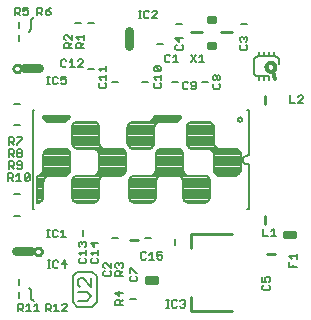
<source format=gto>
G75*
G70*
%OFA0B0*%
%FSLAX24Y24*%
%IPPOS*%
%LPD*%
%AMOC8*
5,1,8,0,0,1.08239X$1,22.5*
%
%ADD10C,0.0075*%
%ADD11C,0.0080*%
%ADD12C,0.0060*%
%ADD13C,0.0120*%
%ADD14C,0.0050*%
%ADD15C,0.0300*%
%ADD16C,0.0100*%
%ADD17C,0.0079*%
D10*
X010507Y007348D02*
X010582Y007273D01*
X010507Y007348D02*
X010507Y007623D01*
X010432Y007698D01*
X011882Y008098D02*
X011882Y007223D01*
X012032Y007073D01*
X012532Y007073D01*
X012682Y007223D01*
X012682Y008098D01*
X012532Y008248D01*
X012032Y008248D01*
X011882Y008098D01*
X010607Y010323D02*
X010557Y010323D01*
X010557Y013623D01*
X010607Y013623D01*
X010882Y013448D02*
X011782Y013448D01*
X011777Y013403D01*
X011762Y013361D01*
X011738Y013323D01*
X011707Y013291D01*
X011669Y013267D01*
X011626Y013253D01*
X011582Y013248D01*
X011082Y013248D01*
X011037Y013253D01*
X010995Y013267D01*
X010957Y013291D01*
X010925Y013323D01*
X010902Y013361D01*
X010887Y013403D01*
X010882Y013448D01*
X010886Y013411D02*
X011778Y013411D01*
X011748Y013338D02*
X010916Y013338D01*
X011004Y013264D02*
X011660Y013264D01*
X011877Y013134D02*
X011900Y013172D01*
X011932Y013204D01*
X011970Y013228D01*
X012012Y013243D01*
X012057Y013248D01*
X012557Y013248D01*
X012601Y013243D01*
X012644Y013228D01*
X012682Y013204D01*
X012713Y013172D01*
X012737Y013134D01*
X012752Y013092D01*
X012757Y013048D01*
X012757Y012548D01*
X012762Y012503D01*
X012777Y012461D01*
X012800Y012423D01*
X012832Y012391D01*
X012870Y012367D01*
X012912Y012353D01*
X012957Y012348D01*
X013457Y012348D01*
X013501Y012343D01*
X013544Y012328D01*
X013582Y012304D01*
X013613Y012272D01*
X013637Y012234D01*
X013652Y012192D01*
X013657Y012148D01*
X013657Y011648D01*
X013652Y011603D01*
X013637Y011561D01*
X013613Y011523D01*
X013582Y011491D01*
X013544Y011467D01*
X013501Y011453D01*
X013457Y011448D01*
X012957Y011448D01*
X012912Y011443D01*
X012870Y011428D01*
X012832Y011404D01*
X012800Y011372D01*
X012777Y011334D01*
X012762Y011292D01*
X012757Y011248D01*
X012757Y010748D01*
X012752Y010703D01*
X012737Y010661D01*
X012713Y010623D01*
X012682Y010591D01*
X012644Y010567D01*
X012601Y010553D01*
X012557Y010548D01*
X012057Y010548D01*
X012012Y010553D01*
X011970Y010567D01*
X011932Y010591D01*
X011900Y010623D01*
X011877Y010661D01*
X011862Y010703D01*
X011857Y010748D01*
X011857Y011248D01*
X011862Y011292D01*
X011877Y011334D01*
X011900Y011372D01*
X011932Y011404D01*
X011970Y011428D01*
X012012Y011443D01*
X012057Y011448D01*
X012557Y011448D01*
X012601Y011453D01*
X012644Y011467D01*
X012682Y011491D01*
X012713Y011523D01*
X012737Y011561D01*
X012752Y011603D01*
X012757Y011648D01*
X012801Y011643D01*
X012844Y011628D01*
X012882Y011604D01*
X012913Y011572D01*
X012937Y011534D01*
X012952Y011492D01*
X012957Y011448D01*
X012912Y011453D01*
X012870Y011467D01*
X012832Y011491D01*
X012800Y011523D01*
X012777Y011561D01*
X012762Y011603D01*
X012757Y011648D01*
X012757Y012148D01*
X012752Y012192D01*
X012737Y012234D01*
X012713Y012272D01*
X012682Y012304D01*
X012644Y012328D01*
X012601Y012343D01*
X012557Y012348D01*
X012057Y012348D01*
X012012Y012353D01*
X011970Y012367D01*
X011932Y012391D01*
X011900Y012423D01*
X011877Y012461D01*
X011862Y012503D01*
X011857Y012548D01*
X011857Y013048D01*
X011862Y013092D01*
X011877Y013134D01*
X011871Y013117D02*
X012743Y013117D01*
X012757Y013044D02*
X011857Y013044D01*
X011857Y012970D02*
X012757Y012970D01*
X012757Y012897D02*
X011857Y012897D01*
X011857Y012823D02*
X012757Y012823D01*
X012757Y012750D02*
X011857Y012750D01*
X011857Y012676D02*
X012757Y012676D01*
X012757Y012603D02*
X011857Y012603D01*
X011859Y012529D02*
X012759Y012529D01*
X012780Y012456D02*
X011880Y012456D01*
X011946Y012382D02*
X012846Y012382D01*
X012736Y012235D02*
X013636Y012235D01*
X013655Y012162D02*
X012755Y012162D01*
X012757Y012088D02*
X013657Y012088D01*
X013657Y012015D02*
X012757Y012015D01*
X012757Y011941D02*
X013657Y011941D01*
X013657Y011868D02*
X012757Y011868D01*
X012757Y011794D02*
X013657Y011794D01*
X013657Y011721D02*
X012757Y011721D01*
X012757Y011647D02*
X012759Y011647D01*
X012757Y011647D02*
X013657Y011647D01*
X013642Y011574D02*
X012772Y011574D01*
X012742Y011574D02*
X012912Y011574D01*
X012949Y011500D02*
X012691Y011500D01*
X012823Y011500D02*
X013591Y011500D01*
X013800Y011372D02*
X013832Y011404D01*
X013870Y011428D01*
X013912Y011443D01*
X013957Y011448D01*
X014457Y011448D01*
X014501Y011453D01*
X014544Y011467D01*
X014582Y011491D01*
X014613Y011523D01*
X014637Y011561D01*
X014652Y011603D01*
X014657Y011648D01*
X014657Y012148D01*
X014662Y012192D01*
X014677Y012234D01*
X014700Y012272D01*
X014732Y012304D01*
X014770Y012328D01*
X014812Y012343D01*
X014857Y012348D01*
X015357Y012348D01*
X015401Y012343D01*
X015444Y012328D01*
X015482Y012304D01*
X015513Y012272D01*
X015537Y012234D01*
X015552Y012192D01*
X015557Y012148D01*
X015557Y011648D01*
X015562Y011603D01*
X015577Y011561D01*
X015600Y011523D01*
X015632Y011491D01*
X015670Y011467D01*
X015712Y011453D01*
X015757Y011448D01*
X016257Y011448D01*
X016301Y011443D01*
X016344Y011428D01*
X016382Y011404D01*
X016413Y011372D01*
X016437Y011334D01*
X016452Y011292D01*
X016457Y011248D01*
X016457Y010748D01*
X016452Y010703D01*
X016437Y010661D01*
X016413Y010623D01*
X016382Y010591D01*
X016344Y010567D01*
X016301Y010553D01*
X016257Y010548D01*
X015757Y010548D01*
X015712Y010553D01*
X015670Y010567D01*
X015632Y010591D01*
X015600Y010623D01*
X015577Y010661D01*
X015562Y010703D01*
X015557Y010748D01*
X015557Y011248D01*
X015552Y011292D01*
X015537Y011334D01*
X015513Y011372D01*
X015482Y011404D01*
X015444Y011428D01*
X015401Y011443D01*
X015357Y011448D01*
X014857Y011448D01*
X014812Y011453D01*
X014770Y011467D01*
X014732Y011491D01*
X014700Y011523D01*
X014677Y011561D01*
X014662Y011603D01*
X014657Y011648D01*
X014657Y012148D01*
X014662Y012192D01*
X014677Y012234D01*
X014700Y012272D01*
X014732Y012304D01*
X014770Y012328D01*
X014812Y012343D01*
X014857Y012348D01*
X015357Y012348D01*
X015401Y012343D01*
X015444Y012328D01*
X015482Y012304D01*
X015513Y012272D01*
X015537Y012234D01*
X015552Y012192D01*
X015557Y012148D01*
X015557Y011648D01*
X015552Y011603D01*
X015537Y011561D01*
X015513Y011523D01*
X015482Y011491D01*
X015444Y011467D01*
X015401Y011453D01*
X015357Y011448D01*
X014857Y011448D01*
X014812Y011443D01*
X014770Y011428D01*
X014732Y011404D01*
X014700Y011372D01*
X014677Y011334D01*
X014662Y011292D01*
X014657Y011248D01*
X014657Y010748D01*
X014652Y010703D01*
X014637Y010661D01*
X014613Y010623D01*
X014582Y010591D01*
X014544Y010567D01*
X014501Y010553D01*
X014457Y010548D01*
X013957Y010548D01*
X013912Y010553D01*
X013870Y010567D01*
X013832Y010591D01*
X013800Y010623D01*
X013777Y010661D01*
X013762Y010703D01*
X013757Y010748D01*
X013757Y011248D01*
X013762Y011292D01*
X013777Y011334D01*
X013800Y011372D01*
X013789Y011353D02*
X014689Y011353D01*
X014661Y011280D02*
X013760Y011280D01*
X013757Y011206D02*
X014657Y011206D01*
X014657Y011133D02*
X013757Y011133D01*
X013757Y011059D02*
X014657Y011059D01*
X014657Y010986D02*
X013757Y010986D01*
X013757Y010912D02*
X014657Y010912D01*
X014657Y010839D02*
X013757Y010839D01*
X013757Y010765D02*
X014657Y010765D01*
X014648Y010692D02*
X013766Y010692D01*
X013805Y010618D02*
X014609Y010618D01*
X014769Y011427D02*
X013869Y011427D01*
X014591Y011500D02*
X015491Y011500D01*
X015445Y011427D02*
X016345Y011427D01*
X016425Y011353D02*
X015525Y011353D01*
X015553Y011280D02*
X016453Y011280D01*
X016457Y011206D02*
X015557Y011206D01*
X015557Y011133D02*
X016457Y011133D01*
X016457Y011059D02*
X015557Y011059D01*
X015557Y010986D02*
X016457Y010986D01*
X016457Y010912D02*
X015557Y010912D01*
X015557Y010839D02*
X016457Y010839D01*
X016457Y010765D02*
X015557Y010765D01*
X015566Y010692D02*
X016448Y010692D01*
X016409Y010618D02*
X015605Y010618D01*
X015623Y011500D02*
X014723Y011500D01*
X014672Y011574D02*
X015572Y011574D01*
X015542Y011574D02*
X014642Y011574D01*
X014657Y011647D02*
X015557Y011647D01*
X014657Y011647D01*
X014657Y011721D02*
X015557Y011721D01*
X014657Y011721D01*
X014657Y011794D02*
X015557Y011794D01*
X014657Y011794D01*
X014657Y011868D02*
X015557Y011868D01*
X014657Y011868D01*
X014657Y011941D02*
X015557Y011941D01*
X014657Y011941D01*
X014657Y012015D02*
X015557Y012015D01*
X014657Y012015D01*
X014657Y012088D02*
X015557Y012088D01*
X014657Y012088D01*
X014658Y012162D02*
X015555Y012162D01*
X014658Y012162D01*
X014677Y012235D02*
X015536Y012235D01*
X014677Y012235D01*
X014740Y012309D02*
X015474Y012309D01*
X014740Y012309D01*
X014563Y012423D02*
X014532Y012391D01*
X014494Y012367D01*
X014451Y012353D01*
X014407Y012348D01*
X013907Y012348D01*
X013862Y012353D01*
X013820Y012367D01*
X013782Y012391D01*
X013750Y012423D01*
X013727Y012461D01*
X013712Y012503D01*
X013707Y012548D01*
X013707Y013048D01*
X013712Y013092D01*
X013727Y013134D01*
X013750Y013172D01*
X013782Y013204D01*
X013820Y013228D01*
X013862Y013243D01*
X013907Y013248D01*
X014407Y013248D01*
X014451Y013253D01*
X014494Y013267D01*
X014532Y013291D01*
X014563Y013323D01*
X014587Y013361D01*
X014602Y013403D01*
X014607Y013448D01*
X015507Y013448D01*
X015502Y013403D01*
X015487Y013361D01*
X015463Y013323D01*
X015432Y013291D01*
X015394Y013267D01*
X015351Y013253D01*
X015307Y013248D01*
X014807Y013248D01*
X014762Y013243D01*
X014720Y013228D01*
X014682Y013204D01*
X014650Y013172D01*
X014627Y013134D01*
X014612Y013092D01*
X014607Y013048D01*
X014607Y012548D01*
X014602Y012503D01*
X014587Y012461D01*
X014563Y012423D01*
X014584Y012456D02*
X013730Y012456D01*
X013709Y012529D02*
X014605Y012529D01*
X014607Y012603D02*
X013707Y012603D01*
X013707Y012676D02*
X014607Y012676D01*
X014607Y012750D02*
X013707Y012750D01*
X013707Y012823D02*
X014607Y012823D01*
X014607Y012897D02*
X013707Y012897D01*
X013707Y012970D02*
X014607Y012970D01*
X014607Y013044D02*
X013707Y013044D01*
X013721Y013117D02*
X014621Y013117D01*
X014669Y013191D02*
X013769Y013191D01*
X014485Y013264D02*
X015385Y013264D01*
X015473Y013338D02*
X014573Y013338D01*
X014603Y013411D02*
X015503Y013411D01*
X015725Y013172D02*
X015757Y013204D01*
X015795Y013228D01*
X015837Y013243D01*
X015882Y013248D01*
X016382Y013248D01*
X016426Y013243D01*
X016469Y013228D01*
X016507Y013204D01*
X016538Y013172D01*
X016562Y013134D01*
X016577Y013092D01*
X016582Y013048D01*
X016582Y012548D01*
X016587Y012503D01*
X016602Y012461D01*
X016625Y012423D01*
X016657Y012391D01*
X016695Y012367D01*
X016737Y012353D01*
X016782Y012348D01*
X017282Y012348D01*
X017326Y012343D01*
X017369Y012328D01*
X017407Y012304D01*
X017438Y012272D01*
X017462Y012234D01*
X017477Y012192D01*
X017482Y012148D01*
X017482Y011648D01*
X017477Y011603D01*
X017462Y011561D01*
X017438Y011523D01*
X017407Y011491D01*
X017369Y011467D01*
X017326Y011453D01*
X017282Y011448D01*
X016782Y011448D01*
X016737Y011453D01*
X016695Y011467D01*
X016657Y011491D01*
X016625Y011523D01*
X016602Y011561D01*
X016587Y011603D01*
X016582Y011648D01*
X016582Y012148D01*
X016577Y012192D01*
X016562Y012234D01*
X016538Y012272D01*
X016507Y012304D01*
X016469Y012328D01*
X016426Y012343D01*
X016382Y012348D01*
X015882Y012348D01*
X015837Y012353D01*
X015795Y012367D01*
X015757Y012391D01*
X015725Y012423D01*
X015702Y012461D01*
X015687Y012503D01*
X015682Y012548D01*
X015682Y013048D01*
X015687Y013092D01*
X015702Y013134D01*
X015725Y013172D01*
X015744Y013191D02*
X016520Y013191D01*
X016568Y013117D02*
X015696Y013117D01*
X015682Y013044D02*
X016582Y013044D01*
X016582Y012970D02*
X015682Y012970D01*
X015682Y012897D02*
X016582Y012897D01*
X016582Y012823D02*
X015682Y012823D01*
X015682Y012750D02*
X016582Y012750D01*
X016582Y012676D02*
X015682Y012676D01*
X015682Y012603D02*
X016582Y012603D01*
X016584Y012529D02*
X015684Y012529D01*
X015705Y012456D02*
X016605Y012456D01*
X016671Y012382D02*
X015771Y012382D01*
X016499Y012309D02*
X017399Y012309D01*
X017461Y012235D02*
X016561Y012235D01*
X016580Y012162D02*
X017480Y012162D01*
X017482Y012088D02*
X016582Y012088D01*
X016582Y012015D02*
X017482Y012015D01*
X017482Y011941D02*
X016582Y011941D01*
X016582Y011868D02*
X017482Y011868D01*
X017482Y011794D02*
X016582Y011794D01*
X016582Y011721D02*
X017482Y011721D01*
X017482Y011647D02*
X016582Y011647D01*
X016597Y011574D02*
X017467Y011574D01*
X017416Y011500D02*
X016648Y011500D01*
X017707Y011823D02*
X017757Y011823D01*
X017757Y010323D01*
X017707Y010323D01*
X017707Y011823D02*
X017684Y011825D01*
X017661Y011830D01*
X017639Y011839D01*
X017619Y011852D01*
X017601Y011867D01*
X017586Y011885D01*
X017573Y011905D01*
X017564Y011927D01*
X017559Y011950D01*
X017557Y011973D01*
X017559Y011996D01*
X017564Y012019D01*
X017573Y012041D01*
X017586Y012061D01*
X017601Y012079D01*
X017619Y012094D01*
X017639Y012107D01*
X017661Y012116D01*
X017684Y012121D01*
X017707Y012123D01*
X017757Y012123D01*
X017757Y013623D01*
X017707Y013623D01*
X014518Y012382D02*
X013796Y012382D01*
X013574Y012309D02*
X012674Y012309D01*
X011802Y012192D02*
X011807Y012148D01*
X011807Y011648D01*
X011802Y011603D01*
X011787Y011561D01*
X011763Y011523D01*
X011732Y011491D01*
X011694Y011467D01*
X011651Y011453D01*
X011607Y011448D01*
X011107Y011448D01*
X011062Y011443D01*
X011020Y011428D01*
X010982Y011404D01*
X010950Y011372D01*
X010927Y011334D01*
X010912Y011292D01*
X010907Y011248D01*
X010907Y010748D01*
X010902Y010703D01*
X010887Y010661D01*
X010863Y010623D01*
X010832Y010591D01*
X010794Y010567D01*
X010751Y010553D01*
X010707Y010548D01*
X010707Y011448D01*
X010751Y011453D01*
X010794Y011467D01*
X010832Y011491D01*
X010863Y011523D01*
X010887Y011561D01*
X010902Y011603D01*
X010907Y011648D01*
X010907Y012148D01*
X010912Y012192D01*
X010927Y012234D01*
X010950Y012272D01*
X010982Y012304D01*
X011020Y012328D01*
X011062Y012343D01*
X011107Y012348D01*
X011607Y012348D01*
X011651Y012343D01*
X011694Y012328D01*
X011732Y012304D01*
X011763Y012272D01*
X011787Y012234D01*
X011802Y012192D01*
X011805Y012162D02*
X010908Y012162D01*
X010907Y012088D02*
X011807Y012088D01*
X011807Y012015D02*
X010907Y012015D01*
X010907Y011941D02*
X011807Y011941D01*
X011807Y011868D02*
X010907Y011868D01*
X010907Y011794D02*
X011807Y011794D01*
X011807Y011721D02*
X010907Y011721D01*
X010907Y011647D02*
X011807Y011647D01*
X011792Y011574D02*
X010892Y011574D01*
X010841Y011500D02*
X011741Y011500D01*
X011889Y011353D02*
X012789Y011353D01*
X012761Y011280D02*
X011860Y011280D01*
X011857Y011206D02*
X012757Y011206D01*
X012757Y011133D02*
X011857Y011133D01*
X011857Y011059D02*
X012757Y011059D01*
X012757Y010986D02*
X011857Y010986D01*
X011857Y010912D02*
X012757Y010912D01*
X012757Y010839D02*
X011857Y010839D01*
X011857Y010765D02*
X012757Y010765D01*
X012748Y010692D02*
X011866Y010692D01*
X011905Y010618D02*
X012709Y010618D01*
X012869Y011427D02*
X011969Y011427D01*
X011786Y012235D02*
X010927Y012235D01*
X010990Y012309D02*
X011724Y012309D01*
X011019Y011427D02*
X010707Y011427D01*
X010707Y011353D02*
X010939Y011353D01*
X010911Y011280D02*
X010707Y011280D01*
X010707Y011206D02*
X010907Y011206D01*
X010907Y011133D02*
X010707Y011133D01*
X010707Y011059D02*
X010907Y011059D01*
X010907Y010986D02*
X010707Y010986D01*
X010707Y010912D02*
X010907Y010912D01*
X010907Y010839D02*
X010707Y010839D01*
X010707Y010765D02*
X010907Y010765D01*
X010898Y010692D02*
X010707Y010692D01*
X010707Y010618D02*
X010859Y010618D01*
X011919Y013191D02*
X012695Y013191D01*
X010432Y016248D02*
X010507Y016323D01*
X010507Y016648D01*
X010582Y016723D01*
D11*
X012142Y008028D02*
X012071Y007958D01*
X012071Y007818D01*
X012142Y007748D01*
X012071Y007568D02*
X012352Y007568D01*
X012492Y007428D01*
X012352Y007288D01*
X012071Y007288D01*
X012492Y007748D02*
X012212Y008028D01*
X012142Y008028D01*
X012492Y008028D02*
X012492Y007748D01*
D12*
X018082Y014623D02*
X018082Y014773D01*
X018032Y014773D02*
X018432Y014773D01*
X018432Y014623D01*
X018257Y014623D02*
X018257Y014773D01*
X018032Y014773D02*
X018015Y014775D01*
X017998Y014779D01*
X017982Y014786D01*
X017968Y014796D01*
X017955Y014809D01*
X017945Y014823D01*
X017938Y014839D01*
X017934Y014856D01*
X017932Y014873D01*
X017932Y015323D01*
X017934Y015340D01*
X017938Y015357D01*
X017945Y015373D01*
X017955Y015387D01*
X017968Y015400D01*
X017982Y015410D01*
X017998Y015417D01*
X018015Y015421D01*
X018032Y015423D01*
X018082Y015423D01*
X018082Y015573D01*
X018082Y015423D02*
X018257Y015423D01*
X018257Y015573D01*
X018257Y015423D02*
X018432Y015423D01*
X018432Y015573D01*
X018432Y015423D02*
X018607Y015423D01*
X018607Y015573D01*
X018607Y015423D02*
X018657Y015423D01*
X018674Y015421D01*
X018691Y015417D01*
X018707Y015410D01*
X018721Y015400D01*
X018734Y015387D01*
X018744Y015373D01*
X018751Y015357D01*
X018755Y015340D01*
X018757Y015323D01*
X018757Y015173D01*
D13*
X018342Y015058D02*
X018344Y015082D01*
X018350Y015106D01*
X018359Y015128D01*
X018372Y015148D01*
X018388Y015166D01*
X018407Y015181D01*
X018428Y015194D01*
X018450Y015202D01*
X018474Y015207D01*
X018498Y015208D01*
X018522Y015205D01*
X018545Y015198D01*
X018567Y015188D01*
X018587Y015174D01*
X018604Y015157D01*
X018619Y015138D01*
X018630Y015117D01*
X018638Y015094D01*
X018642Y015070D01*
X018642Y015046D01*
X018638Y015022D01*
X018630Y014999D01*
X018619Y014978D01*
X018604Y014959D01*
X018587Y014942D01*
X018567Y014928D01*
X018545Y014918D01*
X018522Y014911D01*
X018498Y014908D01*
X018474Y014909D01*
X018450Y014914D01*
X018428Y014922D01*
X018407Y014935D01*
X018388Y014950D01*
X018372Y014968D01*
X018359Y014988D01*
X018350Y015010D01*
X018344Y015034D01*
X018342Y015058D01*
X018547Y014908D02*
X018622Y014658D01*
D14*
X010057Y007173D02*
X010057Y006923D01*
X010057Y007006D02*
X010182Y007006D01*
X010224Y007048D01*
X010224Y007131D01*
X010182Y007173D01*
X010057Y007173D01*
X010140Y007006D02*
X010224Y006923D01*
X010333Y006923D02*
X010500Y006923D01*
X010416Y006923D02*
X010416Y007173D01*
X010333Y007089D01*
X010609Y007089D02*
X010693Y007173D01*
X010693Y006923D01*
X010776Y006923D02*
X010609Y006923D01*
X010982Y006923D02*
X010982Y007173D01*
X011107Y007173D01*
X011149Y007131D01*
X011149Y007048D01*
X011107Y007006D01*
X010982Y007006D01*
X011065Y007006D02*
X011149Y006923D01*
X011258Y006923D02*
X011425Y006923D01*
X011341Y006923D02*
X011341Y007173D01*
X011258Y007089D01*
X011534Y007131D02*
X011576Y007173D01*
X011659Y007173D01*
X011701Y007131D01*
X011701Y007089D01*
X011534Y006923D01*
X011701Y006923D01*
X012907Y008139D02*
X012948Y008098D01*
X013115Y008098D01*
X013157Y008139D01*
X013157Y008223D01*
X013115Y008264D01*
X013157Y008374D02*
X012990Y008541D01*
X012948Y008541D01*
X012907Y008499D01*
X012907Y008415D01*
X012948Y008374D01*
X012948Y008264D02*
X012907Y008223D01*
X012907Y008139D01*
X013157Y008374D02*
X013157Y008541D01*
X013307Y008499D02*
X013348Y008541D01*
X013390Y008541D01*
X013432Y008499D01*
X013473Y008541D01*
X013515Y008541D01*
X013557Y008499D01*
X013557Y008415D01*
X013515Y008374D01*
X013557Y008264D02*
X013473Y008181D01*
X013473Y008223D02*
X013473Y008098D01*
X013557Y008098D02*
X013307Y008098D01*
X013307Y008223D01*
X013348Y008264D01*
X013432Y008264D01*
X013473Y008223D01*
X013348Y008374D02*
X013307Y008415D01*
X013307Y008499D01*
X013432Y008499D02*
X013432Y008457D01*
X013782Y008366D02*
X013823Y008366D01*
X013990Y008199D01*
X014032Y008199D01*
X013990Y008089D02*
X014032Y008048D01*
X014032Y007964D01*
X013990Y007923D01*
X013823Y007923D01*
X013782Y007964D01*
X013782Y008048D01*
X013823Y008089D01*
X013782Y008199D02*
X013782Y008366D01*
X014157Y008689D02*
X014199Y008648D01*
X014282Y008648D01*
X014324Y008689D01*
X014433Y008648D02*
X014600Y008648D01*
X014516Y008648D02*
X014516Y008898D01*
X014433Y008814D01*
X014324Y008856D02*
X014282Y008898D01*
X014199Y008898D01*
X014157Y008856D01*
X014157Y008689D01*
X014709Y008689D02*
X014751Y008648D01*
X014834Y008648D01*
X014876Y008689D01*
X014876Y008773D01*
X014834Y008814D01*
X014793Y008814D01*
X014709Y008773D01*
X014709Y008898D01*
X014876Y008898D01*
X013557Y007549D02*
X013307Y007549D01*
X013432Y007424D01*
X013432Y007591D01*
X013432Y007314D02*
X013473Y007273D01*
X013473Y007148D01*
X013473Y007231D02*
X013557Y007314D01*
X013432Y007314D02*
X013348Y007314D01*
X013307Y007273D01*
X013307Y007148D01*
X013557Y007148D01*
X015007Y007048D02*
X015090Y007048D01*
X015049Y007048D02*
X015049Y007298D01*
X015090Y007298D02*
X015007Y007298D01*
X015191Y007256D02*
X015191Y007089D01*
X015233Y007048D01*
X015316Y007048D01*
X015358Y007089D01*
X015467Y007089D02*
X015509Y007048D01*
X015592Y007048D01*
X015634Y007089D01*
X015634Y007131D01*
X015592Y007173D01*
X015551Y007173D01*
X015592Y007173D02*
X015634Y007214D01*
X015634Y007256D01*
X015592Y007298D01*
X015509Y007298D01*
X015467Y007256D01*
X015358Y007256D02*
X015316Y007298D01*
X015233Y007298D01*
X015191Y007256D01*
X012732Y008564D02*
X012732Y008648D01*
X012690Y008689D01*
X012732Y008799D02*
X012732Y008966D01*
X012732Y008882D02*
X012482Y008882D01*
X012565Y008799D01*
X012523Y008689D02*
X012482Y008648D01*
X012482Y008564D01*
X012523Y008523D01*
X012690Y008523D01*
X012732Y008564D01*
X012332Y008564D02*
X012332Y008648D01*
X012290Y008689D01*
X012332Y008799D02*
X012332Y008966D01*
X012332Y008882D02*
X012082Y008882D01*
X012165Y008799D01*
X012123Y008689D02*
X012082Y008648D01*
X012082Y008564D01*
X012123Y008523D01*
X012290Y008523D01*
X012332Y008564D01*
X012290Y009075D02*
X012332Y009117D01*
X012332Y009200D01*
X012290Y009242D01*
X012248Y009242D01*
X012207Y009200D01*
X012207Y009158D01*
X012207Y009200D02*
X012165Y009242D01*
X012123Y009242D01*
X012082Y009200D01*
X012082Y009117D01*
X012123Y009075D01*
X012482Y009200D02*
X012607Y009075D01*
X012607Y009242D01*
X012732Y009200D02*
X012482Y009200D01*
X011659Y009398D02*
X011492Y009398D01*
X011576Y009398D02*
X011576Y009648D01*
X011492Y009564D01*
X011383Y009606D02*
X011341Y009648D01*
X011258Y009648D01*
X011216Y009606D01*
X011216Y009439D01*
X011258Y009398D01*
X011341Y009398D01*
X011383Y009439D01*
X011115Y009398D02*
X011032Y009398D01*
X011074Y009398D02*
X011074Y009648D01*
X011115Y009648D02*
X011032Y009648D01*
X011057Y008623D02*
X011140Y008623D01*
X011099Y008623D02*
X011099Y008373D01*
X011140Y008373D02*
X011057Y008373D01*
X011241Y008414D02*
X011283Y008373D01*
X011366Y008373D01*
X011408Y008414D01*
X011517Y008498D02*
X011684Y008498D01*
X011642Y008623D02*
X011517Y008498D01*
X011408Y008581D02*
X011366Y008623D01*
X011283Y008623D01*
X011241Y008581D01*
X011241Y008414D01*
X011642Y008373D02*
X011642Y008623D01*
X010409Y011273D02*
X010326Y011273D01*
X010284Y011314D01*
X010451Y011481D01*
X010451Y011314D01*
X010409Y011273D01*
X010284Y011314D02*
X010284Y011481D01*
X010326Y011523D01*
X010409Y011523D01*
X010451Y011481D01*
X010200Y011714D02*
X010200Y011881D01*
X010158Y011923D01*
X010075Y011923D01*
X010033Y011881D01*
X010033Y011839D01*
X010075Y011798D01*
X010200Y011798D01*
X010200Y011714D02*
X010158Y011673D01*
X010075Y011673D01*
X010033Y011714D01*
X009924Y011673D02*
X009840Y011756D01*
X009882Y011756D02*
X009757Y011756D01*
X009757Y011673D02*
X009757Y011923D01*
X009882Y011923D01*
X009924Y011881D01*
X009924Y011798D01*
X009882Y011756D01*
X009857Y011523D02*
X009732Y011523D01*
X009732Y011273D01*
X009732Y011356D02*
X009857Y011356D01*
X009899Y011398D01*
X009899Y011481D01*
X009857Y011523D01*
X009815Y011356D02*
X009899Y011273D01*
X010008Y011273D02*
X010175Y011273D01*
X010091Y011273D02*
X010091Y011523D01*
X010008Y011439D01*
X010075Y012073D02*
X010033Y012114D01*
X010033Y012156D01*
X010075Y012198D01*
X010158Y012198D01*
X010200Y012156D01*
X010200Y012114D01*
X010158Y012073D01*
X010075Y012073D01*
X010075Y012198D02*
X010033Y012239D01*
X010033Y012281D01*
X010075Y012323D01*
X010158Y012323D01*
X010200Y012281D01*
X010200Y012239D01*
X010158Y012198D01*
X009924Y012198D02*
X009882Y012156D01*
X009757Y012156D01*
X009840Y012156D02*
X009924Y012073D01*
X009924Y012198D02*
X009924Y012281D01*
X009882Y012323D01*
X009757Y012323D01*
X009757Y012073D01*
X009757Y012473D02*
X009757Y012723D01*
X009882Y012723D01*
X009924Y012681D01*
X009924Y012598D01*
X009882Y012556D01*
X009757Y012556D01*
X009840Y012556D02*
X009924Y012473D01*
X010033Y012473D02*
X010033Y012514D01*
X010200Y012681D01*
X010200Y012723D01*
X010033Y012723D01*
X011032Y014498D02*
X011115Y014498D01*
X011074Y014498D02*
X011074Y014748D01*
X011115Y014748D02*
X011032Y014748D01*
X011216Y014706D02*
X011216Y014539D01*
X011258Y014498D01*
X011341Y014498D01*
X011383Y014539D01*
X011492Y014539D02*
X011534Y014498D01*
X011617Y014498D01*
X011659Y014539D01*
X011659Y014623D01*
X011617Y014664D01*
X011576Y014664D01*
X011492Y014623D01*
X011492Y014748D01*
X011659Y014748D01*
X011383Y014706D02*
X011341Y014748D01*
X011258Y014748D01*
X011216Y014706D01*
X011549Y015073D02*
X011632Y015073D01*
X011674Y015114D01*
X011783Y015073D02*
X011950Y015073D01*
X011866Y015073D02*
X011866Y015323D01*
X011783Y015239D01*
X011674Y015281D02*
X011632Y015323D01*
X011549Y015323D01*
X011507Y015281D01*
X011507Y015114D01*
X011549Y015073D01*
X012059Y015073D02*
X012226Y015239D01*
X012226Y015281D01*
X012184Y015323D01*
X012101Y015323D01*
X012059Y015281D01*
X012059Y015073D02*
X012226Y015073D01*
X012757Y015008D02*
X013007Y015008D01*
X013007Y014925D02*
X013007Y015092D01*
X012840Y014925D02*
X012757Y015008D01*
X012757Y014732D02*
X013007Y014732D01*
X013007Y014649D02*
X013007Y014816D01*
X012840Y014649D02*
X012757Y014732D01*
X012798Y014539D02*
X012757Y014498D01*
X012757Y014414D01*
X012798Y014373D01*
X012965Y014373D01*
X013007Y014414D01*
X013007Y014498D01*
X012965Y014539D01*
X012257Y015698D02*
X012007Y015698D01*
X012007Y015823D01*
X012048Y015864D01*
X012132Y015864D01*
X012173Y015823D01*
X012173Y015698D01*
X012173Y015781D02*
X012257Y015864D01*
X012257Y015974D02*
X012257Y016141D01*
X012257Y016057D02*
X012007Y016057D01*
X012090Y015974D01*
X011857Y015974D02*
X011690Y016141D01*
X011648Y016141D01*
X011607Y016099D01*
X011607Y016015D01*
X011648Y015974D01*
X011648Y015864D02*
X011732Y015864D01*
X011773Y015823D01*
X011773Y015698D01*
X011773Y015781D02*
X011857Y015864D01*
X011857Y015974D02*
X011857Y016141D01*
X011648Y015864D02*
X011607Y015823D01*
X011607Y015698D01*
X011857Y015698D01*
X011108Y016798D02*
X011150Y016839D01*
X011150Y016881D01*
X011108Y016923D01*
X010983Y016923D01*
X010983Y016839D01*
X011025Y016798D01*
X011108Y016798D01*
X010983Y016923D02*
X011066Y017006D01*
X011150Y017048D01*
X010874Y017006D02*
X010874Y016923D01*
X010832Y016881D01*
X010707Y016881D01*
X010790Y016881D02*
X010874Y016798D01*
X010707Y016798D02*
X010707Y017048D01*
X010832Y017048D01*
X010874Y017006D01*
X010400Y017048D02*
X010233Y017048D01*
X010233Y016923D01*
X010316Y016964D01*
X010358Y016964D01*
X010400Y016923D01*
X010400Y016839D01*
X010358Y016798D01*
X010275Y016798D01*
X010233Y016839D01*
X010124Y016798D02*
X010040Y016881D01*
X010082Y016881D02*
X009957Y016881D01*
X009957Y016798D02*
X009957Y017048D01*
X010082Y017048D01*
X010124Y017006D01*
X010124Y016923D01*
X010082Y016881D01*
X014082Y016948D02*
X014165Y016948D01*
X014124Y016948D02*
X014124Y016698D01*
X014165Y016698D02*
X014082Y016698D01*
X014266Y016739D02*
X014266Y016906D01*
X014308Y016948D01*
X014391Y016948D01*
X014433Y016906D01*
X014542Y016906D02*
X014584Y016948D01*
X014667Y016948D01*
X014709Y016906D01*
X014709Y016864D01*
X014542Y016698D01*
X014709Y016698D01*
X014433Y016739D02*
X014391Y016698D01*
X014308Y016698D01*
X014266Y016739D01*
X015307Y016046D02*
X015432Y015921D01*
X015432Y016088D01*
X015557Y016046D02*
X015307Y016046D01*
X015348Y015812D02*
X015307Y015770D01*
X015307Y015687D01*
X015348Y015645D01*
X015515Y015645D01*
X015557Y015687D01*
X015557Y015770D01*
X015515Y015812D01*
X015316Y015473D02*
X015316Y015223D01*
X015233Y015223D02*
X015400Y015223D01*
X015233Y015389D02*
X015316Y015473D01*
X015124Y015431D02*
X015082Y015473D01*
X014999Y015473D01*
X014957Y015431D01*
X014957Y015264D01*
X014999Y015223D01*
X015082Y015223D01*
X015124Y015264D01*
X014832Y015050D02*
X014832Y014967D01*
X014790Y014925D01*
X014623Y015092D01*
X014790Y015092D01*
X014832Y015050D01*
X014790Y014925D02*
X014623Y014925D01*
X014582Y014967D01*
X014582Y015050D01*
X014623Y015092D01*
X014832Y014816D02*
X014832Y014649D01*
X014832Y014732D02*
X014582Y014732D01*
X014665Y014649D01*
X014623Y014539D02*
X014582Y014498D01*
X014582Y014414D01*
X014623Y014373D01*
X014790Y014373D01*
X014832Y014414D01*
X014832Y014498D01*
X014790Y014539D01*
X015557Y014531D02*
X015557Y014364D01*
X015599Y014323D01*
X015682Y014323D01*
X015724Y014364D01*
X015833Y014364D02*
X015875Y014323D01*
X015958Y014323D01*
X016000Y014364D01*
X016000Y014531D01*
X015958Y014573D01*
X015875Y014573D01*
X015833Y014531D01*
X015833Y014489D01*
X015875Y014448D01*
X016000Y014448D01*
X015724Y014531D02*
X015682Y014573D01*
X015599Y014573D01*
X015557Y014531D01*
X015832Y015223D02*
X015999Y015473D01*
X016108Y015389D02*
X016191Y015473D01*
X016191Y015223D01*
X016108Y015223D02*
X016275Y015223D01*
X015999Y015223D02*
X015832Y015473D01*
X016557Y014749D02*
X016598Y014791D01*
X016640Y014791D01*
X016682Y014749D01*
X016682Y014665D01*
X016640Y014624D01*
X016598Y014624D01*
X016557Y014665D01*
X016557Y014749D01*
X016682Y014749D02*
X016723Y014791D01*
X016765Y014791D01*
X016807Y014749D01*
X016807Y014665D01*
X016765Y014624D01*
X016723Y014624D01*
X016682Y014665D01*
X016765Y014514D02*
X016807Y014473D01*
X016807Y014389D01*
X016765Y014348D01*
X016598Y014348D01*
X016557Y014389D01*
X016557Y014473D01*
X016598Y014514D01*
X017386Y013323D02*
X017388Y013339D01*
X017394Y013355D01*
X017403Y013369D01*
X017415Y013380D01*
X017429Y013388D01*
X017445Y013393D01*
X017461Y013394D01*
X017477Y013391D01*
X017492Y013384D01*
X017506Y013375D01*
X017516Y013362D01*
X017524Y013347D01*
X017528Y013331D01*
X017528Y013315D01*
X017524Y013299D01*
X017516Y013284D01*
X017506Y013271D01*
X017493Y013262D01*
X017477Y013255D01*
X017461Y013252D01*
X017445Y013253D01*
X017429Y013258D01*
X017415Y013266D01*
X017403Y013277D01*
X017394Y013291D01*
X017388Y013307D01*
X017386Y013323D01*
X019132Y013873D02*
X019299Y013873D01*
X019408Y013873D02*
X019575Y014039D01*
X019575Y014081D01*
X019533Y014123D01*
X019450Y014123D01*
X019408Y014081D01*
X019408Y013873D02*
X019575Y013873D01*
X019132Y013873D02*
X019132Y014123D01*
X017665Y015645D02*
X017498Y015645D01*
X017457Y015687D01*
X017457Y015770D01*
X017498Y015812D01*
X017498Y015921D02*
X017457Y015963D01*
X017457Y016046D01*
X017498Y016088D01*
X017540Y016088D01*
X017582Y016046D01*
X017623Y016088D01*
X017665Y016088D01*
X017707Y016046D01*
X017707Y015963D01*
X017665Y015921D01*
X017665Y015812D02*
X017707Y015770D01*
X017707Y015687D01*
X017665Y015645D01*
X017582Y016005D02*
X017582Y016046D01*
X018232Y009673D02*
X018232Y009423D01*
X018399Y009423D01*
X018508Y009423D02*
X018675Y009423D01*
X018591Y009423D02*
X018591Y009673D01*
X018508Y009589D01*
X019107Y008755D02*
X019357Y008755D01*
X019357Y008838D02*
X019357Y008671D01*
X019190Y008671D02*
X019107Y008755D01*
X019107Y008562D02*
X019107Y008395D01*
X019357Y008395D01*
X019232Y008395D02*
X019232Y008478D01*
X018457Y008024D02*
X018457Y007940D01*
X018415Y007899D01*
X018332Y007899D02*
X018290Y007982D01*
X018290Y008024D01*
X018332Y008066D01*
X018415Y008066D01*
X018457Y008024D01*
X018332Y007899D02*
X018207Y007899D01*
X018207Y008066D01*
X018248Y007789D02*
X018207Y007748D01*
X018207Y007664D01*
X018248Y007623D01*
X018415Y007623D01*
X018457Y007664D01*
X018457Y007748D01*
X018415Y007789D01*
D15*
X010502Y008923D02*
X010002Y008923D01*
X010262Y015023D02*
X010762Y015023D01*
X013757Y015773D02*
X013757Y016273D01*
D16*
X015827Y016223D02*
X016187Y016223D01*
X016387Y015883D02*
X016387Y015693D01*
X016627Y015693D01*
X016627Y015883D01*
X016387Y015883D01*
X016387Y015789D02*
X016627Y015789D01*
X016827Y016223D02*
X017187Y016223D01*
X016627Y016563D02*
X016387Y016563D01*
X016387Y016753D01*
X016627Y016753D01*
X016627Y016563D01*
X016627Y016577D02*
X016387Y016577D01*
X016387Y016675D02*
X016627Y016675D01*
X018307Y014103D02*
X018307Y013843D01*
X018307Y010103D02*
X018307Y009843D01*
X018927Y009588D02*
X019287Y009588D01*
X019287Y009408D01*
X018927Y009408D01*
X018927Y009588D01*
X018927Y009580D02*
X019287Y009580D01*
X019287Y009482D02*
X018927Y009482D01*
X018612Y008848D02*
X018352Y008848D01*
X017196Y009502D02*
X015818Y009502D01*
X015818Y009053D01*
X014687Y008063D02*
X014687Y007883D01*
X014327Y007883D01*
X014327Y008063D01*
X014687Y008063D01*
X014687Y008004D02*
X014327Y008004D01*
X014327Y007905D02*
X014687Y007905D01*
X015818Y007392D02*
X015818Y006943D01*
X017196Y006943D01*
X014062Y009298D02*
X013802Y009298D01*
X010607Y008923D02*
X010609Y008945D01*
X010615Y008966D01*
X010624Y008985D01*
X010636Y009003D01*
X010652Y009019D01*
X010669Y009031D01*
X010689Y009040D01*
X010710Y009046D01*
X010732Y009048D01*
X010754Y009046D01*
X010775Y009040D01*
X010794Y009031D01*
X010812Y009019D01*
X010828Y009003D01*
X010840Y008985D01*
X010849Y008966D01*
X010855Y008945D01*
X010857Y008923D01*
X010855Y008901D01*
X010849Y008880D01*
X010840Y008861D01*
X010828Y008843D01*
X010812Y008827D01*
X010795Y008815D01*
X010775Y008806D01*
X010754Y008800D01*
X010732Y008798D01*
X010710Y008800D01*
X010689Y008806D01*
X010669Y008815D01*
X010652Y008827D01*
X010636Y008843D01*
X010624Y008860D01*
X010615Y008880D01*
X010609Y008901D01*
X010607Y008923D01*
X009907Y015023D02*
X009909Y015045D01*
X009915Y015066D01*
X009924Y015085D01*
X009936Y015103D01*
X009952Y015119D01*
X009969Y015131D01*
X009989Y015140D01*
X010010Y015146D01*
X010032Y015148D01*
X010054Y015146D01*
X010075Y015140D01*
X010094Y015131D01*
X010112Y015119D01*
X010128Y015103D01*
X010140Y015085D01*
X010149Y015066D01*
X010155Y015045D01*
X010157Y015023D01*
X010155Y015001D01*
X010149Y014980D01*
X010140Y014961D01*
X010128Y014943D01*
X010112Y014927D01*
X010095Y014915D01*
X010075Y014906D01*
X010054Y014900D01*
X010032Y014898D01*
X010010Y014900D01*
X009989Y014906D01*
X009969Y014915D01*
X009952Y014927D01*
X009936Y014943D01*
X009924Y014960D01*
X009915Y014980D01*
X009909Y015001D01*
X009907Y015023D01*
D17*
X010082Y015948D02*
X010082Y016148D01*
X010082Y016373D02*
X010082Y016573D01*
X011957Y016523D02*
X012157Y016523D01*
X012407Y016523D02*
X012607Y016523D01*
X012607Y014998D02*
X012407Y014998D01*
X013182Y014573D02*
X013382Y014573D01*
X014182Y014573D02*
X014382Y014573D01*
X015182Y014573D02*
X015382Y014573D01*
X016182Y014573D02*
X016382Y014573D01*
X014907Y015848D02*
X014707Y015848D01*
X015332Y016498D02*
X015532Y016498D01*
X017482Y016498D02*
X017682Y016498D01*
X010132Y013848D02*
X009932Y013848D01*
X009932Y013123D02*
X010132Y013123D01*
X010132Y010848D02*
X009932Y010848D01*
X009932Y010098D02*
X010132Y010098D01*
X012232Y009623D02*
X012232Y009423D01*
X013182Y009373D02*
X013382Y009373D01*
X014307Y009373D02*
X014507Y009373D01*
X015307Y009348D02*
X015307Y009148D01*
X014007Y007348D02*
X013807Y007348D01*
X010082Y007373D02*
X010082Y007573D01*
X010082Y007798D02*
X010082Y007998D01*
M02*

</source>
